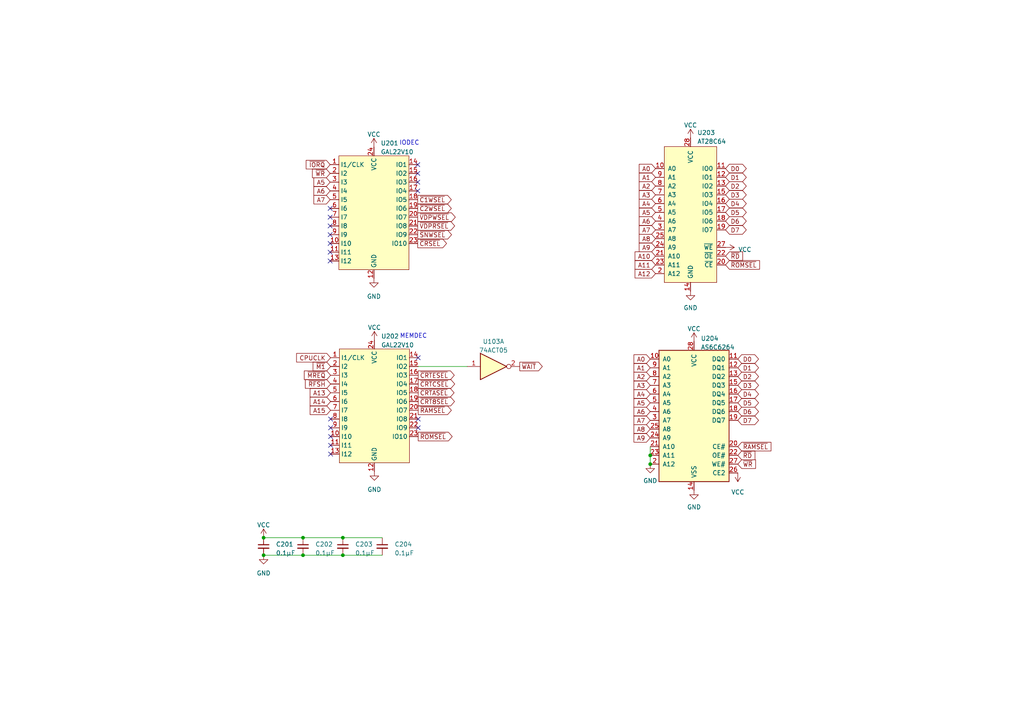
<source format=kicad_sch>
(kicad_sch (version 20230121) (generator eeschema)
  (paper "A4")
  (lib_symbols
    (symbol "74xx:74LS05" (pin_names (offset 1.016))
      (property "Reference" "U" (at 0 1.27 0))
      (property "Value" "74LS05" (at 0 -1.27 0))
      (symbol "74LS05_1_0"
        (polyline (pts (xy -3.81 3.81) (xy -3.81 -3.81) (xy 3.81 0) (xy -3.81 3.81)) (stroke (width 0.254)) (fill (type background)))
        (pin input line (at -7.62 0 0) (length 3.81) (name "~") (number "1"))
        (pin open_collector inverted (at 7.62 0 180) (length 3.81) (name "~") (number "2"))
      )
      (symbol "74LS05_2_0"
        (polyline (pts (xy -3.81 3.81) (xy -3.81 -3.81) (xy 3.81 0) (xy -3.81 3.81)) (stroke (width 0.254)) (fill (type background)))
        (pin input line (at -7.62 0 0) (length 3.81) (name "~") (number "3"))
        (pin open_collector inverted (at 7.62 0 180) (length 3.81) (name "~") (number "4"))
      )
      (symbol "74LS05_3_0"
        (polyline (pts (xy -3.81 3.81) (xy -3.81 -3.81) (xy 3.81 0) (xy -3.81 3.81)) (stroke (width 0.254)) (fill (type background)))
        (pin input line (at -7.62 0 0) (length 3.81) (name "~") (number "5"))
        (pin open_collector inverted (at 7.62 0 180) (length 3.81) (name "~") (number "6"))
      )
      (symbol "74LS05_4_0"
        (polyline (pts (xy -3.81 3.81) (xy -3.81 -3.81) (xy 3.81 0) (xy -3.81 3.81)) (stroke (width 0.254)) (fill (type background)))
        (pin open_collector inverted (at 7.62 0 180) (length 3.81) (name "~") (number "8"))
        (pin input line (at -7.62 0 0) (length 3.81) (name "~") (number "9"))
      )
      (symbol "74LS05_5_0"
        (polyline (pts (xy -3.81 3.81) (xy -3.81 -3.81) (xy 3.81 0) (xy -3.81 3.81)) (stroke (width 0.254)) (fill (type background)))
        (pin open_collector inverted (at 7.62 0 180) (length 3.81) (name "~") (number "10"))
        (pin input line (at -7.62 0 0) (length 3.81) (name "~") (number "11"))
      )
      (symbol "74LS05_6_0"
        (polyline (pts (xy -3.81 3.81) (xy -3.81 -3.81) (xy 3.81 0) (xy -3.81 3.81)) (stroke (width 0.254)) (fill (type background)))
        (pin open_collector inverted (at 7.62 0 180) (length 3.81) (name "~") (number "12"))
        (pin input line (at -7.62 0 0) (length 3.81) (name "~") (number "13"))
      )
      (symbol "74LS05_7_0"
        (pin power_in line (at 0 12.7 270) (length 5.08) (name "VCC") (number "14"))
        (pin power_in line (at 0 -12.7 90) (length 5.08) (name "GND") (number "7"))
      )
      (symbol "74LS05_7_1"
        (rectangle (start -5.08 7.62) (end 5.08 -7.62) (stroke (width 0.254)) (fill (type background)))
      )
    )
    (symbol "Device:C_Small" (pin_numbers hide) (pin_names (offset 0.254) hide)
      (property "Reference" "C" (at 0.254 1.778 0))
      (property "Value" "C_Small" (at 0.254 -2.032 0))
      (symbol "C_Small_0_1"
        (polyline (pts (xy -1.524 -0.508) (xy 1.524 -0.508)) (stroke (width 0.3302)))
        (polyline (pts (xy -1.524 0.508) (xy 1.524 0.508)) (stroke (width 0.3048)))
      )
      (symbol "C_Small_1_1"
        (pin passive line (at 0 2.54 270) (length 2.032) (name "~") (number "1"))
        (pin passive line (at 0 -2.54 90) (length 2.032) (name "~") (number "2"))
      )
    )
    (symbol "jrt-ICs:AS6C6264" (pin_names (offset 1.016))
      (property "Reference" "U" (at 5.08 21.59 0))
      (property "Value" "AS6C6264" (at 6.35 19.05 0))
      (symbol "AS6C6264_1_1"
        (rectangle (start -10.16 17.78) (end 10.16 -20.32) (stroke (width 0.254)) (fill (type background)))
        (pin input line (at -12.7 15.24 0) (length 2.54) (name "A0") (number "10"))
        (pin tri_state line (at 12.7 15.24 180) (length 2.54) (name "DQ0") (number "11"))
        (pin tri_state line (at 12.7 12.7 180) (length 2.54) (name "DQ1") (number "12"))
        (pin tri_state line (at 12.7 10.16 180) (length 2.54) (name "DQ2") (number "13"))
        (pin power_in line (at 0 -22.86 90) (length 2.54) (name "VSS") (number "14"))
        (pin tri_state line (at 12.7 7.62 180) (length 2.54) (name "DQ3") (number "15"))
        (pin tri_state line (at 12.7 5.08 180) (length 2.54) (name "DQ4") (number "16"))
        (pin tri_state line (at 12.7 2.54 180) (length 2.54) (name "DQ5") (number "17"))
        (pin tri_state line (at 12.7 0 180) (length 2.54) (name "DQ6") (number "18"))
        (pin tri_state line (at 12.7 -2.54 180) (length 2.54) (name "DQ7") (number "19"))
        (pin input line (at -12.7 -15.24 0) (length 2.54) (name "A12") (number "2"))
        (pin input line (at 12.7 -10.16 180) (length 2.54) (name "CE#") (number "20"))
        (pin input line (at -12.7 -10.16 0) (length 2.54) (name "A10") (number "21"))
        (pin input line (at 12.7 -12.7 180) (length 2.54) (name "OE#") (number "22"))
        (pin input line (at -12.7 -12.7 0) (length 2.54) (name "A11") (number "23"))
        (pin input line (at -12.7 -7.62 0) (length 2.54) (name "A9") (number "24"))
        (pin input line (at -12.7 -5.08 0) (length 2.54) (name "A8") (number "25"))
        (pin input line (at 12.7 -17.78 180) (length 2.54) (name "CE2") (number "26"))
        (pin input line (at 12.7 -15.24 180) (length 2.54) (name "WE#") (number "27"))
        (pin power_in line (at 0 20.32 270) (length 2.54) (name "VCC") (number "28"))
        (pin input line (at -12.7 -2.54 0) (length 2.54) (name "A7") (number "3"))
        (pin input line (at -12.7 0 0) (length 2.54) (name "A6") (number "4"))
        (pin input line (at -12.7 2.54 0) (length 2.54) (name "A5") (number "5"))
        (pin input line (at -12.7 5.08 0) (length 2.54) (name "A4") (number "6"))
        (pin input line (at -12.7 7.62 0) (length 2.54) (name "A3") (number "7"))
        (pin input line (at -12.7 10.16 0) (length 2.54) (name "A2") (number "8"))
        (pin input line (at -12.7 12.7 0) (length 2.54) (name "A1") (number "9"))
      )
    )
    (symbol "jrt-ICs:AT28C64" (pin_names (offset 1.016))
      (property "Reference" "U" (at 6.35 26.67 0))
      (property "Value" "AT28C64" (at 6.35 24.13 0))
      (symbol "AT28C64_1_1"
        (rectangle (start -7.62 21.59) (end 7.62 -17.78) (fill (type background)))
        (pin input line (at -10.16 15.24 0) (length 2.54) (name "A0") (number "10"))
        (pin bidirectional line (at 10.16 15.24 180) (length 2.54) (name "IO0") (number "11"))
        (pin bidirectional line (at 10.16 12.7 180) (length 2.54) (name "IO1") (number "12"))
        (pin bidirectional line (at 10.16 10.16 180) (length 2.54) (name "IO2") (number "13"))
        (pin power_in line (at 0 -20.32 90) (length 2.54) (name "GND") (number "14"))
        (pin bidirectional line (at 10.16 7.62 180) (length 2.54) (name "IO3") (number "15"))
        (pin bidirectional line (at 10.16 5.08 180) (length 2.54) (name "IO4") (number "16"))
        (pin bidirectional line (at 10.16 2.54 180) (length 2.54) (name "IO5") (number "17"))
        (pin bidirectional line (at 10.16 0 180) (length 2.54) (name "IO6") (number "18"))
        (pin bidirectional line (at 10.16 -2.54 180) (length 2.54) (name "IO7") (number "19"))
        (pin input line (at -10.16 -15.24 0) (length 2.54) (name "A12") (number "2"))
        (pin input line (at 10.16 -12.7 180) (length 2.54) (name "~{CE}") (number "20"))
        (pin input line (at -10.16 -10.16 0) (length 2.54) (name "A10") (number "21"))
        (pin input line (at 10.16 -10.16 180) (length 2.54) (name "~{OE}") (number "22"))
        (pin input line (at -10.16 -12.7 0) (length 2.54) (name "A11") (number "23"))
        (pin input line (at -10.16 -7.62 0) (length 2.54) (name "A9") (number "24"))
        (pin input line (at -10.16 -5.08 0) (length 2.54) (name "A8") (number "25"))
        (pin input line (at 10.16 -7.62 180) (length 2.54) (name "~{WE}") (number "27"))
        (pin power_in line (at 0 24.13 270) (length 2.54) (name "VCC") (number "28"))
        (pin input line (at -10.16 -2.54 0) (length 2.54) (name "A7") (number "3"))
        (pin input line (at -10.16 0 0) (length 2.54) (name "A6") (number "4"))
        (pin input line (at -10.16 2.54 0) (length 2.54) (name "A5") (number "5"))
        (pin input line (at -10.16 5.08 0) (length 2.54) (name "A4") (number "6"))
        (pin input line (at -10.16 7.62 0) (length 2.54) (name "A3") (number "7"))
        (pin input line (at -10.16 10.16 0) (length 2.54) (name "A2") (number "8"))
        (pin input line (at -10.16 12.7 0) (length 2.54) (name "A1") (number "9"))
      )
    )
    (symbol "jrt-ICs:GAL22V10" (pin_names (offset 0.5))
      (property "Reference" "U" (at 2.54 20.32 0))
      (property "Value" "GAL22V10" (at 0 0 0))
      (symbol "GAL22V10_1_1"
        (rectangle (start -10.16 16.51) (end 10.16 -16.51) (fill (type background)))
        (pin input line (at -12.7 13.97 0) (length 2.54) (name "I1/CLK") (number "1"))
        (pin input line (at -12.7 -8.89 0) (length 2.54) (name "I10") (number "10"))
        (pin input line (at -12.7 -11.43 0) (length 2.54) (name "I11") (number "11"))
        (pin power_in line (at 0 -19.05 90) (length 2.54) (name "GND") (number "12"))
        (pin input line (at -12.7 -13.97 0) (length 2.54) (name "I12") (number "13"))
        (pin tri_state line (at 12.7 13.97 180) (length 2.54) (name "IO1") (number "14"))
        (pin tri_state line (at 12.7 11.43 180) (length 2.54) (name "IO2") (number "15"))
        (pin tri_state line (at 12.7 8.89 180) (length 2.54) (name "IO3") (number "16"))
        (pin tri_state line (at 12.7 6.35 180) (length 2.54) (name "IO4") (number "17"))
        (pin tri_state line (at 12.7 3.81 180) (length 2.54) (name "IO5") (number "18"))
        (pin tri_state line (at 12.7 1.27 180) (length 2.54) (name "IO6") (number "19"))
        (pin input line (at -12.7 11.43 0) (length 2.54) (name "I2") (number "2"))
        (pin tri_state line (at 12.7 -1.27 180) (length 2.54) (name "IO7") (number "20"))
        (pin tri_state line (at 12.7 -3.81 180) (length 2.54) (name "IO8") (number "21"))
        (pin tri_state line (at 12.7 -6.35 180) (length 2.54) (name "IO9") (number "22"))
        (pin tri_state line (at 12.7 -8.89 180) (length 2.54) (name "IO10") (number "23"))
        (pin power_in line (at 0 19.05 270) (length 2.54) (name "VCC") (number "24"))
        (pin input line (at -12.7 8.89 0) (length 2.54) (name "I3") (number "3"))
        (pin input line (at -12.7 6.35 0) (length 2.54) (name "I4") (number "4"))
        (pin input line (at -12.7 3.81 0) (length 2.54) (name "I5") (number "5"))
        (pin input line (at -12.7 1.27 0) (length 2.54) (name "I6") (number "6"))
        (pin input line (at -12.7 -1.27 0) (length 2.54) (name "I7") (number "7"))
        (pin input line (at -12.7 -3.81 0) (length 2.54) (name "I8") (number "8"))
        (pin input line (at -12.7 -6.35 0) (length 2.54) (name "I9") (number "9"))
      )
    )
    (symbol "power:GND" (power) (pin_names (offset 0))
      (property "Value" "GND" (at 0 -3.81 0))
      (symbol "GND_0_1"
        (polyline (pts (xy 0 0) (xy 0 -1.27) (xy 1.27 -1.27) (xy 0 -2.54) (xy -1.27 -1.27) (xy 0 -1.27)))
      )
      (symbol "GND_1_1"
        (pin power_in line (at 0 0 270) (length 0) hide (name "GND") (number "1"))
      )
    )
    (symbol "power:VCC" (power) (pin_names (offset 0))
      (property "Value" "VCC" (at 0 3.81 0))
      (symbol "VCC_0_1"
        (polyline (pts (xy -0.762 1.27) (xy 0 2.54)))
        (polyline (pts (xy 0 0) (xy 0 2.54)))
        (polyline (pts (xy 0 2.54) (xy 0.762 1.27)))
      )
      (symbol "VCC_1_1"
        (pin power_in line (at 0 0 90) (length 0) hide (name "VCC") (number "1"))
      )
    )
  )
  (junction (at 188.595 134.62))
  (junction (at 87.884 161.036))
  (junction (at 87.884 155.956))
  (junction (at 76.454 161.036))
  (junction (at 188.595 132.08))
  (junction (at 76.454 155.956))
  (junction (at 99.441 161.036))
  (junction (at 99.441 155.956))
  (no_connect (at 95.885 124.079))
  (no_connect (at 121.285 121.539))
  (no_connect (at 95.758 65.532))
  (no_connect (at 121.285 103.759))
  (no_connect (at 95.885 129.159))
  (no_connect (at 121.158 47.752))
  (no_connect (at 95.885 131.699))
  (no_connect (at 95.758 62.992))
  (no_connect (at 95.758 68.072))
  (no_connect (at 95.885 126.619))
  (no_connect (at 121.158 50.292))
  (no_connect (at 95.758 70.612))
  (no_connect (at 95.758 73.152))
  (no_connect (at 95.885 121.539))
  (no_connect (at 95.758 75.692))
  (no_connect (at 121.285 124.079))
  (no_connect (at 121.158 52.832))
  (no_connect (at 95.758 60.452))
  (no_connect (at 121.158 55.372))
  (wire (pts (xy 188.595 129.54) (xy 188.595 132.08)))
  (wire (pts (xy 87.884 155.956) (xy 99.441 155.956)))
  (wire (pts (xy 188.595 132.08) (xy 188.595 134.62)))
  (wire (pts (xy 76.454 161.036) (xy 87.884 161.036)))
  (wire (pts (xy 76.454 155.956) (xy 87.884 155.956)))
  (wire (pts (xy 99.441 161.036) (xy 110.871 161.036)))
  (wire (pts (xy 99.441 155.956) (xy 110.871 155.956)))
  (wire (pts (xy 121.285 106.299) (xy 135.509 106.299)))
  (wire (pts (xy 87.884 161.036) (xy 99.441 161.036)))
  (text "IODEC" (at 115.824 42.291 0) (effects (font (size 1.27 1.27)) (justify left bottom)))
  (text "MEMDEC" (at 115.951 98.298 0) (effects (font (size 1.27 1.27)) (justify left bottom)))
  (global_label "~{RD}" (shape input) (at 213.995 132.08 0) (property "Intersheetrefs" "${INTERSHEET_REFS}" (effects hide)))
  (global_label "A10" (shape input) (at 190.119 74.295 180) (property "Intersheetrefs" "${INTERSHEET_REFS}" (effects hide)))
  (global_label "~{RAMSEL}" (shape output) (at 121.285 118.999 0) (property "Intersheetrefs" "${INTERSHEET_REFS}" (effects hide)))
  (global_label "D4" (shape bidirectional) (at 213.995 114.3 0) (property "Intersheetrefs" "${INTERSHEET_REFS}" (effects hide)))
  (global_label "~{VDPWSEL}" (shape output) (at 121.158 62.992 0) (property "Intersheetrefs" "${INTERSHEET_REFS}" (effects hide)))
  (global_label "A7" (shape input) (at 188.595 121.92 180) (property "Intersheetrefs" "${INTERSHEET_REFS}" (effects hide)))
  (global_label "D2" (shape bidirectional) (at 210.439 53.975 0) (property "Intersheetrefs" "${INTERSHEET_REFS}" (effects hide)))
  (global_label "A6" (shape input) (at 188.595 119.38 180) (property "Intersheetrefs" "${INTERSHEET_REFS}" (effects hide)))
  (global_label "D4" (shape bidirectional) (at 210.439 59.055 0) (property "Intersheetrefs" "${INTERSHEET_REFS}" (effects hide)))
  (global_label "A6" (shape input) (at 95.758 55.372 180) (property "Intersheetrefs" "${INTERSHEET_REFS}" (effects hide)))
  (global_label "~{C1WSEL}" (shape output) (at 121.158 57.912 0) (property "Intersheetrefs" "${INTERSHEET_REFS}" (effects hide)))
  (global_label "A6" (shape input) (at 190.119 64.135 180) (property "Intersheetrefs" "${INTERSHEET_REFS}" (effects hide)))
  (global_label "~{CRTASEL}" (shape output) (at 121.285 113.919 0) (property "Intersheetrefs" "${INTERSHEET_REFS}" (effects hide)))
  (global_label "~{ROMSEL}" (shape output) (at 121.285 126.619 0) (property "Intersheetrefs" "${INTERSHEET_REFS}" (effects hide)))
  (global_label "~{WAIT}" (shape output) (at 150.749 106.299 0) (property "Intersheetrefs" "${INTERSHEET_REFS}" (effects hide)))
  (global_label "A5" (shape input) (at 188.595 116.84 180) (property "Intersheetrefs" "${INTERSHEET_REFS}" (effects hide)))
  (global_label "~{CRSEL}" (shape output) (at 121.158 70.612 0) (property "Intersheetrefs" "${INTERSHEET_REFS}" (effects hide)))
  (global_label "~{IORQ}" (shape input) (at 95.758 47.752 180) (property "Intersheetrefs" "${INTERSHEET_REFS}" (effects hide)))
  (global_label "A9" (shape input) (at 188.595 127 180) (property "Intersheetrefs" "${INTERSHEET_REFS}" (effects hide)))
  (global_label "A2" (shape input) (at 188.595 109.22 180) (property "Intersheetrefs" "${INTERSHEET_REFS}" (effects hide)))
  (global_label "A13" (shape input) (at 95.885 113.919 180) (property "Intersheetrefs" "${INTERSHEET_REFS}" (effects hide)))
  (global_label "A3" (shape input) (at 190.119 56.515 180) (property "Intersheetrefs" "${INTERSHEET_REFS}" (effects hide)))
  (global_label "A11" (shape input) (at 190.119 76.835 180) (property "Intersheetrefs" "${INTERSHEET_REFS}" (effects hide)))
  (global_label "A4" (shape input) (at 190.119 59.055 180) (property "Intersheetrefs" "${INTERSHEET_REFS}" (effects hide)))
  (global_label "A0" (shape input) (at 190.119 48.895 180) (property "Intersheetrefs" "${INTERSHEET_REFS}" (effects hide)))
  (global_label "~{M1}" (shape input) (at 95.885 106.299 180) (property "Intersheetrefs" "${INTERSHEET_REFS}" (effects hide)))
  (global_label "D1" (shape bidirectional) (at 210.439 51.435 0) (property "Intersheetrefs" "${INTERSHEET_REFS}" (effects hide)))
  (global_label "D0" (shape bidirectional) (at 213.995 104.14 0) (property "Intersheetrefs" "${INTERSHEET_REFS}" (effects hide)))
  (global_label "D2" (shape bidirectional) (at 213.995 109.22 0) (property "Intersheetrefs" "${INTERSHEET_REFS}" (effects hide)))
  (global_label "A14" (shape input) (at 95.885 116.459 180) (property "Intersheetrefs" "${INTERSHEET_REFS}" (effects hide)))
  (global_label "A0" (shape input) (at 188.595 104.14 180) (property "Intersheetrefs" "${INTERSHEET_REFS}" (effects hide)))
  (global_label "A5" (shape input) (at 95.758 52.832 180) (property "Intersheetrefs" "${INTERSHEET_REFS}" (effects hide)))
  (global_label "A1" (shape input) (at 188.595 106.68 180) (property "Intersheetrefs" "${INTERSHEET_REFS}" (effects hide)))
  (global_label "A8" (shape input) (at 190.119 69.215 180) (property "Intersheetrefs" "${INTERSHEET_REFS}" (effects hide)))
  (global_label "A3" (shape input) (at 188.595 111.76 180) (property "Intersheetrefs" "${INTERSHEET_REFS}" (effects hide)))
  (global_label "A9" (shape input) (at 190.119 71.755 180) (property "Intersheetrefs" "${INTERSHEET_REFS}" (effects hide)))
  (global_label "D5" (shape bidirectional) (at 213.995 116.84 0) (property "Intersheetrefs" "${INTERSHEET_REFS}" (effects hide)))
  (global_label "~{RD}" (shape input) (at 210.439 74.295 0) (property "Intersheetrefs" "${INTERSHEET_REFS}" (effects hide)))
  (global_label "A2" (shape input) (at 190.119 53.975 180) (property "Intersheetrefs" "${INTERSHEET_REFS}" (effects hide)))
  (global_label "D6" (shape bidirectional) (at 213.995 119.38 0) (property "Intersheetrefs" "${INTERSHEET_REFS}" (effects hide)))
  (global_label "A5" (shape input) (at 190.119 61.595 180) (property "Intersheetrefs" "${INTERSHEET_REFS}" (effects hide)))
  (global_label "~{ROMSEL}" (shape input) (at 210.439 76.835 0) (property "Intersheetrefs" "${INTERSHEET_REFS}" (effects hide)))
  (global_label "A7" (shape input) (at 190.119 66.675 180) (property "Intersheetrefs" "${INTERSHEET_REFS}" (effects hide)))
  (global_label "CPUCLK" (shape input) (at 95.885 103.759 180) (property "Intersheetrefs" "${INTERSHEET_REFS}" (effects hide)))
  (global_label "A7" (shape input) (at 95.758 57.912 180) (property "Intersheetrefs" "${INTERSHEET_REFS}" (effects hide)))
  (global_label "A4" (shape input) (at 188.595 114.3 180) (property "Intersheetrefs" "${INTERSHEET_REFS}" (effects hide)))
  (global_label "~{SNWSEL}" (shape output) (at 121.158 68.072 0) (property "Intersheetrefs" "${INTERSHEET_REFS}" (effects hide)))
  (global_label "A12" (shape input) (at 190.119 79.375 180) (property "Intersheetrefs" "${INTERSHEET_REFS}" (effects hide)))
  (global_label "D0" (shape bidirectional) (at 210.439 48.895 0) (property "Intersheetrefs" "${INTERSHEET_REFS}" (effects hide)))
  (global_label "~{C2WSEL}" (shape output) (at 121.158 60.452 0) (property "Intersheetrefs" "${INTERSHEET_REFS}" (effects hide)))
  (global_label "D7" (shape bidirectional) (at 210.439 66.675 0) (property "Intersheetrefs" "${INTERSHEET_REFS}" (effects hide)))
  (global_label "~{VDPRSEL}" (shape output) (at 121.158 65.532 0) (property "Intersheetrefs" "${INTERSHEET_REFS}" (effects hide)))
  (global_label "D6" (shape bidirectional) (at 210.439 64.135 0) (property "Intersheetrefs" "${INTERSHEET_REFS}" (effects hide)))
  (global_label "~{CRTESEL}" (shape output) (at 121.285 108.839 0) (property "Intersheetrefs" "${INTERSHEET_REFS}" (effects hide)))
  (global_label "~{WR}" (shape input) (at 213.995 134.62 0) (property "Intersheetrefs" "${INTERSHEET_REFS}" (effects hide)))
  (global_label "~{WR}" (shape input) (at 95.758 50.292 180) (property "Intersheetrefs" "${INTERSHEET_REFS}" (effects hide)))
  (global_label "D5" (shape bidirectional) (at 210.439 61.595 0) (property "Intersheetrefs" "${INTERSHEET_REFS}" (effects hide)))
  (global_label "D7" (shape bidirectional) (at 213.995 121.92 0) (property "Intersheetrefs" "${INTERSHEET_REFS}" (effects hide)))
  (global_label "D1" (shape bidirectional) (at 213.995 106.68 0) (property "Intersheetrefs" "${INTERSHEET_REFS}" (effects hide)))
  (global_label "~{CRTCSEL}" (shape output) (at 121.285 111.379 0) (property "Intersheetrefs" "${INTERSHEET_REFS}" (effects hide)))
  (global_label "~{RFSH}" (shape input) (at 95.885 111.379 180) (property "Intersheetrefs" "${INTERSHEET_REFS}" (effects hide)))
  (global_label "A15" (shape input) (at 95.885 118.999 180) (property "Intersheetrefs" "${INTERSHEET_REFS}" (effects hide)))
  (global_label "A1" (shape input) (at 190.119 51.435 180) (property "Intersheetrefs" "${INTERSHEET_REFS}" (effects hide)))
  (global_label "~{MREQ}" (shape input) (at 95.885 108.839 180) (property "Intersheetrefs" "${INTERSHEET_REFS}" (effects hide)))
  (global_label "~{CRT8SEL}" (shape output) (at 121.285 116.459 0) (property "Intersheetrefs" "${INTERSHEET_REFS}" (effects hide)))
  (global_label "A8" (shape input) (at 188.595 124.46 180) (property "Intersheetrefs" "${INTERSHEET_REFS}" (effects hide)))
  (global_label "~{RAMSEL}" (shape input) (at 213.995 129.54 0) (property "Intersheetrefs" "${INTERSHEET_REFS}" (effects hide)))
  (global_label "D3" (shape bidirectional) (at 210.439 56.515 0) (property "Intersheetrefs" "${INTERSHEET_REFS}" (effects hide)))
  (global_label "D3" (shape bidirectional) (at 213.995 111.76 0) (property "Intersheetrefs" "${INTERSHEET_REFS}" (effects hide)))
  (symbol (lib_id "power:VCC") (at 201.295 99.06 0) (unit 1)
    (property "Reference" "#PWR0210" (effects hide))
    (property "Value" "VCC" (at 201.295 95.377 0))
  )
  (symbol (lib_id "power:VCC") (at 200.279 40.005 0) (unit 1)
    (property "Reference" "#PWR0206" (effects hide))
    (property "Value" "VCC" (at 200.279 36.322 0))
  )
  (symbol (lib_id "power:GND") (at 76.454 161.036 0) (unit 1)
    (property "Reference" "#PWR0212" (effects hide))
    (property "Value" "GND" (at 76.454 166.243 0))
  )
  (symbol (lib_id "power:GND") (at 201.295 142.24 0) (unit 1)
    (property "Reference" "#PWR0209" (effects hide))
    (property "Value" "GND" (at 201.295 147.066 0))
  )
  (symbol (lib_id "Device:C_Small") (at 110.871 158.496 0) (unit 1)
    (property "Reference" "C204" (at 114.427 157.8673 0) (effects (justify left)))
    (property "Value" "0.1µF" (at 114.427 160.4073 0) (effects (justify left)))
  )
  (symbol (lib_id "power:VCC") (at 108.458 42.672 0) (unit 1)
    (property "Reference" "#PWR0201" (effects hide))
    (property "Value" "VCC" (at 108.458 38.989 0))
  )
  (symbol (lib_id "Device:C_Small") (at 87.884 158.496 0) (unit 1)
    (property "Reference" "C202" (at 91.44 157.8673 0) (effects (justify left)))
    (property "Value" "0.1µF" (at 91.44 160.4073 0) (effects (justify left)))
  )
  (symbol (lib_id "power:VCC") (at 76.454 155.956 0) (unit 1)
    (property "Reference" "#PWR0213" (effects hide))
    (property "Value" "VCC" (at 76.454 152.273 0))
  )
  (symbol (lib_id "power:VCC") (at 210.439 71.755 270) (unit 1)
    (property "Reference" "#PWR0207" (effects hide))
    (property "Value" "VCC" (at 214.122 72.39 90) (effects (justify left)))
  )
  (symbol (lib_id "Device:C_Small") (at 76.454 158.496 0) (unit 1)
    (property "Reference" "C201" (at 80.01 157.8673 0) (effects (justify left)))
    (property "Value" "0.1µF" (at 80.01 160.4073 0) (effects (justify left)))
  )
  (symbol (lib_id "Device:C_Small") (at 99.441 158.496 0) (unit 1)
    (property "Reference" "C203" (at 102.997 157.8673 0) (effects (justify left)))
    (property "Value" "0.1µF" (at 102.997 160.4073 0) (effects (justify left)))
  )
  (symbol (lib_id "power:GND") (at 188.595 134.62 0) (unit 1)
    (property "Reference" "#PWR0208" (effects hide))
    (property "Value" "GND" (at 188.595 139.446 0))
  )
  (symbol (lib_id "jrt-ICs:GAL22V10") (at 108.585 117.729 0) (unit 1)
    (property "Reference" "U202" (at 110.5409 97.536 0) (effects (justify left)))
    (property "Value" "GAL22V10" (at 110.5409 100.076 0) (effects (justify left)))
    (property "Footprint" "Package_DIP:DIP-24_W7.62mm_Socket" (effects hide))
  )
  (symbol (lib_id "jrt-ICs:AS6C6264") (at 201.295 119.38 0) (unit 1)
    (property "Reference" "U204" (at 203.2509 98.171 0) (effects (justify left)))
    (property "Value" "AS6C6264" (at 203.2509 100.711 0) (effects (justify left)))
    (property "Footprint" "Package_DIP:DIP-28_W15.24mm" (effects hide))
    (property "Datasheet" "https://www.mouser.com/datasheet/2/12/Alliance%20Memory_64K_AS6C6264v2.0July2017-1144693.pdf" (effects hide))
  )
  (symbol (lib_id "jrt-ICs:AT28C64") (at 200.279 64.135 0) (unit 1)
    (property "Reference" "U203" (at 202.2349 38.481 0) (effects (justify left)))
    (property "Value" "AT28C64" (at 202.2349 41.021 0) (effects (justify left)))
    (property "Footprint" "Package_DIP:DIP-28_W15.24mm_Socket" (effects hide))
  )
  (symbol (lib_id "jrt-ICs:GAL22V10") (at 108.458 61.722 0) (unit 1)
    (property "Reference" "U201" (at 110.4139 41.529 0) (effects (justify left)))
    (property "Value" "GAL22V10" (at 110.4139 44.069 0) (effects (justify left)))
    (property "Footprint" "Package_DIP:DIP-24_W7.62mm_Socket" (effects hide))
  )
  (symbol (lib_id "74xx:74LS05") (at 143.129 106.299 0) (unit 1)
    (property "Reference" "U103" (at 143.129 99.06 0))
    (property "Value" "74ACT05" (at 143.129 101.6 0))
    (property "Datasheet" "https://www.ti.com/lit/ds/symlink/cd74act05.pdf" (effects hide))
  )
  (symbol (lib_id "power:VCC") (at 108.585 98.679 0) (unit 1)
    (property "Reference" "#PWR0203" (effects hide))
    (property "Value" "VCC" (at 108.585 94.996 0))
  )
  (symbol (lib_id "power:VCC") (at 213.995 137.16 180) (unit 1)
    (property "Reference" "#PWR0211" (effects hide))
    (property "Value" "VCC" (at 213.995 142.748 0))
  )
  (symbol (lib_id "power:GND") (at 108.458 80.772 0) (unit 1)
    (property "Reference" "#PWR0202" (effects hide))
    (property "Value" "GND" (at 108.458 85.979 0))
  )
  (symbol (lib_id "power:GND") (at 200.279 84.455 0) (unit 1)
    (property "Reference" "#PWR0205" (effects hide))
    (property "Value" "GND" (at 200.279 89.281 0))
  )
  (symbol (lib_id "power:GND") (at 108.585 136.779 0) (unit 1)
    (property "Reference" "#PWR0204" (effects hide))
    (property "Value" "GND" (at 108.585 141.986 0))
  )
)
</source>
